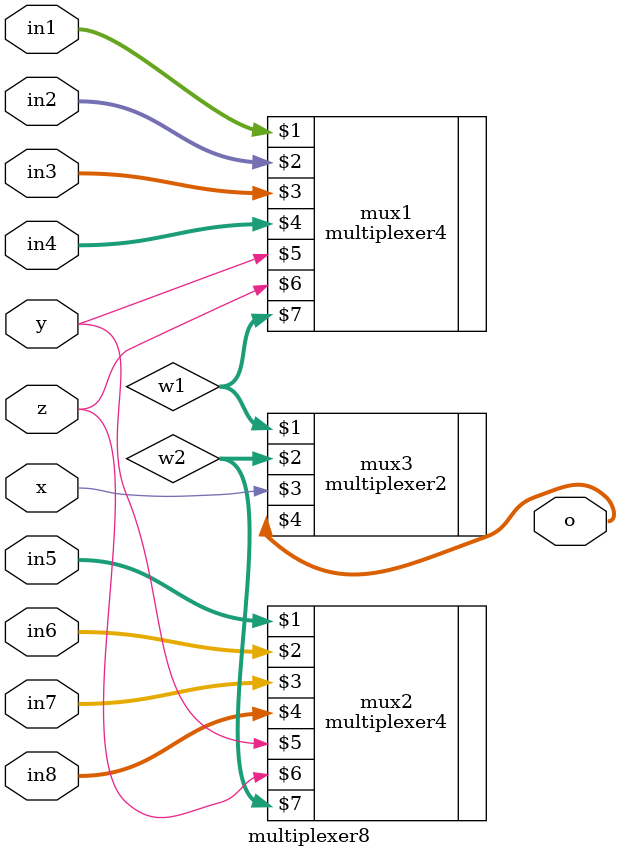
<source format=v>
`timescale 1ns / 1ps

module multiplexer8(in1, in2, in3, in4, in5, in6, in7, in8, x, y, z, o);

input [7:0] in1, in2, in3, in4, in5, in6, in7, in8;
input x, y, z;
output[7:0] o;
wire [7:0] w1,w2;

multiplexer4 mux1(in1,in2,in3,in4,y,z,w1);
multiplexer4 mux2(in5,in6,in7,in8,y,z,w2);

multiplexer2 mux3(w1,w2,x,o);

endmodule

</source>
